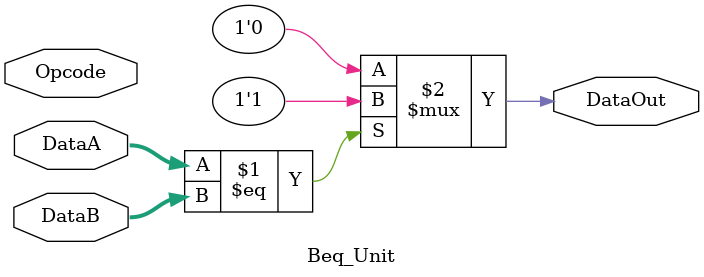
<source format=v>
`timescale 1ns/1ns

module Beq_Unit( Opcode, DataA, DataB, DataOut );

    input [5:0]  Opcode;
    input [31:0] DataA, DataB;

    output       DataOut ;

    parameter BEQ = 6'd4;

    assign DataOut = ( DataA == DataB ) ? 1'b1 : 1'b0;

endmodule

</source>
